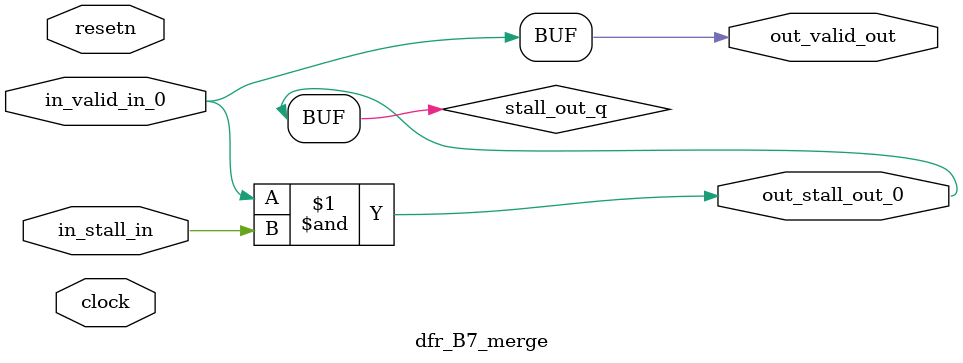
<source format=sv>



(* altera_attribute = "-name AUTO_SHIFT_REGISTER_RECOGNITION OFF; -name MESSAGE_DISABLE 10036; -name MESSAGE_DISABLE 10037; -name MESSAGE_DISABLE 14130; -name MESSAGE_DISABLE 14320; -name MESSAGE_DISABLE 15400; -name MESSAGE_DISABLE 14130; -name MESSAGE_DISABLE 10036; -name MESSAGE_DISABLE 12020; -name MESSAGE_DISABLE 12030; -name MESSAGE_DISABLE 12010; -name MESSAGE_DISABLE 12110; -name MESSAGE_DISABLE 14320; -name MESSAGE_DISABLE 13410; -name MESSAGE_DISABLE 113007; -name MESSAGE_DISABLE 10958" *)
module dfr_B7_merge (
    input wire [0:0] in_stall_in,
    input wire [0:0] in_valid_in_0,
    output wire [0:0] out_stall_out_0,
    output wire [0:0] out_valid_out,
    input wire clock,
    input wire resetn
    );

    wire [0:0] stall_out_q;


    // stall_out(LOGICAL,6)
    assign stall_out_q = in_valid_in_0 & in_stall_in;

    // out_stall_out_0(GPOUT,4)
    assign out_stall_out_0 = stall_out_q;

    // out_valid_out(GPOUT,5)
    assign out_valid_out = in_valid_in_0;

endmodule

</source>
